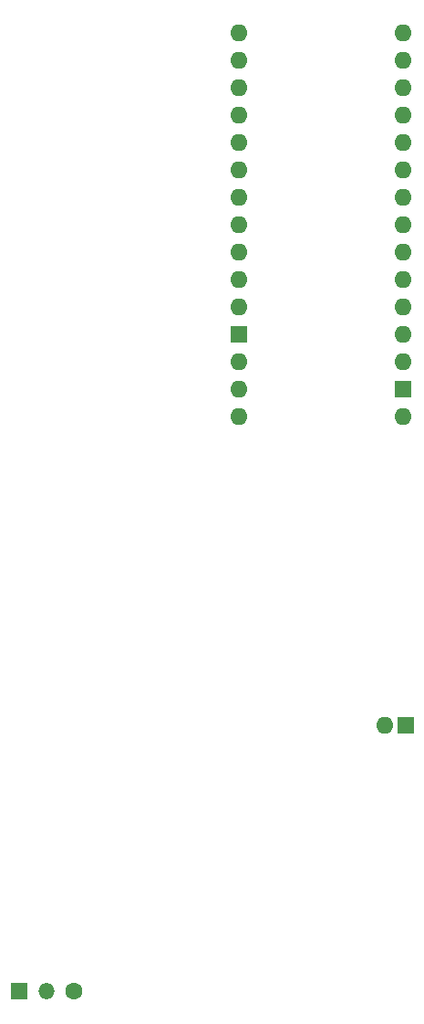
<source format=gbr>
%TF.GenerationSoftware,KiCad,Pcbnew,9.0.5*%
%TF.CreationDate,2025-10-19T21:09:40-05:00*%
%TF.ProjectId,slu,736c752e-6b69-4636-9164-5f7063625858,rev?*%
%TF.SameCoordinates,Original*%
%TF.FileFunction,Soldermask,Bot*%
%TF.FilePolarity,Negative*%
%FSLAX46Y46*%
G04 Gerber Fmt 4.6, Leading zero omitted, Abs format (unit mm)*
G04 Created by KiCad (PCBNEW 9.0.5) date 2025-10-19 21:09:40*
%MOMM*%
%LPD*%
G01*
G04 APERTURE LIST*
%ADD10C,1.600000*%
%ADD11O,1.500000X1.500000*%
%ADD12R,1.600000X1.600000*%
%ADD13O,1.600000X1.600000*%
G04 APERTURE END LIST*
D10*
%TO.C,sw1*%
X123260000Y-145030000D03*
D11*
X120720000Y-145030000D03*
D12*
X118180000Y-145030000D03*
%TD*%
D13*
%TO.C,BT1*%
X152190000Y-120405000D03*
D12*
X154115000Y-120405000D03*
%TD*%
D13*
%TO.C,a1*%
X138650000Y-91800000D03*
X138650000Y-89260000D03*
X138650000Y-86720000D03*
D12*
X138650000Y-84180000D03*
D13*
X138650000Y-81640000D03*
X138650000Y-79100000D03*
X138650000Y-76560000D03*
X138650000Y-74020000D03*
X138650000Y-71480000D03*
X138650000Y-68940000D03*
X138650000Y-66400000D03*
X138650000Y-63860000D03*
X138650000Y-61320000D03*
X138650000Y-58780000D03*
X138650000Y-56240000D03*
X153890000Y-56240000D03*
X153890000Y-58780000D03*
X153890000Y-61320000D03*
X153890000Y-63860000D03*
X153890000Y-66400000D03*
X153890000Y-68940000D03*
X153890000Y-71480000D03*
X153890000Y-74020000D03*
X153890000Y-76560000D03*
X153890000Y-79100000D03*
X153890000Y-81640000D03*
X153890000Y-84180000D03*
X153890000Y-86720000D03*
D12*
X153890000Y-89260000D03*
D13*
X153890000Y-91800000D03*
%TD*%
M02*

</source>
